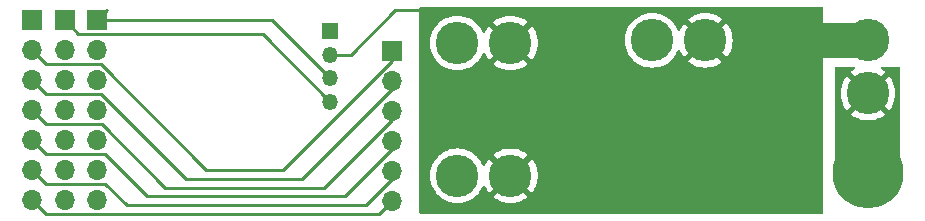
<source format=gbr>
%TF.GenerationSoftware,KiCad,Pcbnew,(6.0.7)*%
%TF.CreationDate,2023-08-08T19:22:38-05:00*%
%TF.ProjectId,PowerDistrubutionBoard,506f7765-7244-4697-9374-727562757469,rev?*%
%TF.SameCoordinates,Original*%
%TF.FileFunction,Copper,L1,Top*%
%TF.FilePolarity,Positive*%
%FSLAX46Y46*%
G04 Gerber Fmt 4.6, Leading zero omitted, Abs format (unit mm)*
G04 Created by KiCad (PCBNEW (6.0.7)) date 2023-08-08 19:22:38*
%MOMM*%
%LPD*%
G01*
G04 APERTURE LIST*
%TA.AperFunction,WasherPad*%
%ADD10C,3.600000*%
%TD*%
%TA.AperFunction,ConnectorPad*%
%ADD11C,6.000000*%
%TD*%
%TA.AperFunction,ComponentPad*%
%ADD12R,1.700000X1.700000*%
%TD*%
%TA.AperFunction,ComponentPad*%
%ADD13O,1.700000X1.700000*%
%TD*%
%TA.AperFunction,ComponentPad*%
%ADD14C,3.600000*%
%TD*%
%TA.AperFunction,ComponentPad*%
%ADD15R,1.350000X1.350000*%
%TD*%
%TA.AperFunction,ComponentPad*%
%ADD16O,1.350000X1.350000*%
%TD*%
%TA.AperFunction,Conductor*%
%ADD17C,0.250000*%
%TD*%
%TA.AperFunction,Conductor*%
%ADD18C,3.000000*%
%TD*%
G04 APERTURE END LIST*
D10*
%TO.P,S1,*%
%TO.N,*%
X171750000Y-99750000D03*
D11*
%TO.P,S1,1,1*%
%TO.N,Net-(T3-Pad1)*%
X171750000Y-99750000D03*
%TD*%
D12*
%TO.P,J6,1,Pin_1*%
%TO.N,unconnected-(J6-Pad1)*%
X101000000Y-86840000D03*
D13*
%TO.P,J6,2,Pin_2*%
%TO.N,Net-(J2-Pad1)*%
X101000000Y-89380000D03*
%TO.P,J6,3,Pin_3*%
%TO.N,Net-(J2-Pad2)*%
X101000000Y-91920000D03*
%TO.P,J6,4,Pin_4*%
%TO.N,Net-(J2-Pad3)*%
X101000000Y-94460000D03*
%TO.P,J6,5,Pin_5*%
%TO.N,Net-(J2-Pad4)*%
X101000000Y-97000000D03*
%TO.P,J6,6,Pin_6*%
%TO.N,Net-(J2-Pad5)*%
X101000000Y-99540000D03*
%TO.P,J6,7,Pin_7*%
%TO.N,Net-(J2-Pad6)*%
X101000000Y-102080000D03*
%TD*%
D12*
%TO.P,J4,1,Pin_1*%
%TO.N,Net-(J1-Pad3)*%
X106500000Y-86840000D03*
D13*
%TO.P,J4,2,Pin_2*%
%TO.N,unconnected-(J4-Pad2)*%
X106500000Y-89380000D03*
%TO.P,J4,3,Pin_3*%
%TO.N,unconnected-(J4-Pad3)*%
X106500000Y-91920000D03*
%TO.P,J4,4,Pin_4*%
%TO.N,unconnected-(J4-Pad4)*%
X106500000Y-94460000D03*
%TO.P,J4,5,Pin_5*%
%TO.N,unconnected-(J4-Pad5)*%
X106500000Y-97000000D03*
%TO.P,J4,6,Pin_6*%
%TO.N,unconnected-(J4-Pad6)*%
X106500000Y-99540000D03*
%TO.P,J4,7,Pin_7*%
%TO.N,unconnected-(J4-Pad7)*%
X106500000Y-102080000D03*
%TD*%
D14*
%TO.P,T2,1,+*%
%TO.N,Net-(J1-Pad1)*%
X137000000Y-88750000D03*
%TO.P,T2,2,-*%
%TO.N,Net-(J1-Pad2)*%
X141500000Y-88750000D03*
%TD*%
D12*
%TO.P,J2,1,Pin_1*%
%TO.N,Net-(J2-Pad1)*%
X131500000Y-89400000D03*
D13*
%TO.P,J2,2,Pin_2*%
%TO.N,Net-(J2-Pad2)*%
X131500000Y-91940000D03*
%TO.P,J2,3,Pin_3*%
%TO.N,Net-(J2-Pad3)*%
X131500000Y-94480000D03*
%TO.P,J2,4,Pin_4*%
%TO.N,Net-(J2-Pad4)*%
X131500000Y-97020000D03*
%TO.P,J2,5,Pin_5*%
%TO.N,Net-(J2-Pad5)*%
X131500000Y-99560000D03*
%TO.P,J2,6,Pin_6*%
%TO.N,Net-(J2-Pad6)*%
X131500000Y-102100000D03*
%TD*%
D14*
%TO.P,T3,1,+*%
%TO.N,Net-(T3-Pad1)*%
X171780000Y-93000000D03*
%TO.P,T3,2,-*%
%TO.N,Net-(J1-Pad2)*%
X171780000Y-88500000D03*
%TD*%
D15*
%TO.P,J1,1,Pin_1*%
%TO.N,Net-(J1-Pad1)*%
X126250000Y-87750000D03*
D16*
%TO.P,J1,2,Pin_2*%
%TO.N,Net-(J1-Pad2)*%
X126250000Y-89750000D03*
%TO.P,J1,3,Pin_3*%
%TO.N,Net-(J1-Pad3)*%
X126250000Y-91750000D03*
%TO.P,J1,4,Pin_4*%
%TO.N,Net-(J1-Pad4)*%
X126250000Y-93750000D03*
%TD*%
D14*
%TO.P,T4,1,+*%
%TO.N,Net-(J1-Pad1)*%
X153500000Y-88530000D03*
%TO.P,T4,2,-*%
%TO.N,Net-(J1-Pad2)*%
X158000000Y-88530000D03*
%TD*%
D12*
%TO.P,J5,1,Pin_1*%
%TO.N,Net-(J1-Pad4)*%
X103750000Y-86840000D03*
D13*
%TO.P,J5,2,Pin_2*%
%TO.N,unconnected-(J5-Pad2)*%
X103750000Y-89380000D03*
%TO.P,J5,3,Pin_3*%
%TO.N,unconnected-(J5-Pad3)*%
X103750000Y-91920000D03*
%TO.P,J5,4,Pin_4*%
%TO.N,unconnected-(J5-Pad4)*%
X103750000Y-94460000D03*
%TO.P,J5,5,Pin_5*%
%TO.N,unconnected-(J5-Pad5)*%
X103750000Y-97000000D03*
%TO.P,J5,6,Pin_6*%
%TO.N,unconnected-(J5-Pad6)*%
X103750000Y-99540000D03*
%TO.P,J5,7,Pin_7*%
%TO.N,unconnected-(J5-Pad7)*%
X103750000Y-102080000D03*
%TD*%
D14*
%TO.P,T1,1,+*%
%TO.N,Net-(J1-Pad1)*%
X137000000Y-100000000D03*
%TO.P,T1,2,-*%
%TO.N,Net-(J1-Pad2)*%
X141500000Y-100000000D03*
%TD*%
D17*
%TO.N,Net-(T3-Pad1)*%
X171780000Y-93000000D02*
X171750000Y-93030000D01*
%TO.N,Net-(J1-Pad2)*%
X138750000Y-86000000D02*
X131750000Y-86000000D01*
D18*
X171780000Y-88500000D02*
X167500000Y-88500000D01*
D17*
X141500000Y-88750000D02*
X138750000Y-86000000D01*
X128000000Y-89750000D02*
X126250000Y-89750000D01*
X131750000Y-86000000D02*
X128000000Y-89750000D01*
%TO.N,Net-(J1-Pad3)*%
X107340000Y-86000000D02*
X106500000Y-86840000D01*
X126250000Y-91750000D02*
X121340000Y-86840000D01*
X121340000Y-86840000D02*
X106500000Y-86840000D01*
%TO.N,Net-(J1-Pad4)*%
X126250000Y-93750000D02*
X120515000Y-88015000D01*
X120515000Y-88015000D02*
X104925000Y-88015000D01*
X104925000Y-88015000D02*
X103750000Y-86840000D01*
%TO.N,Net-(J2-Pad1)*%
X115750000Y-99500000D02*
X122278299Y-99500000D01*
X102175000Y-90555000D02*
X106805000Y-90555000D01*
X106805000Y-90555000D02*
X115750000Y-99500000D01*
X101000000Y-89380000D02*
X102175000Y-90555000D01*
X122278299Y-99500000D02*
X131500000Y-90278299D01*
X131500000Y-90278299D02*
X131500000Y-89400000D01*
%TO.N,Net-(J2-Pad2)*%
X123875000Y-100250000D02*
X131500000Y-92625000D01*
X114000000Y-100250000D02*
X123875000Y-100250000D01*
X131500000Y-92625000D02*
X131500000Y-91940000D01*
X101000000Y-91920000D02*
X102175000Y-93095000D01*
X102175000Y-93095000D02*
X106845000Y-93095000D01*
X106845000Y-93095000D02*
X114000000Y-100250000D01*
%TO.N,Net-(J2-Pad3)*%
X112250000Y-101000000D02*
X125750000Y-101000000D01*
X102175000Y-95635000D02*
X106885000Y-95635000D01*
X125750000Y-101000000D02*
X131500000Y-95250000D01*
X106885000Y-95635000D02*
X112250000Y-101000000D01*
X101000000Y-94460000D02*
X102175000Y-95635000D01*
X131500000Y-95250000D02*
X131500000Y-94480000D01*
%TO.N,Net-(J2-Pad4)*%
X101000000Y-97000000D02*
X102175000Y-98175000D01*
X107175000Y-98175000D02*
X110750000Y-101750000D01*
X110750000Y-101750000D02*
X127500000Y-101750000D01*
X127500000Y-101750000D02*
X131500000Y-97750000D01*
X131500000Y-97750000D02*
X131500000Y-97020000D01*
X102175000Y-98175000D02*
X107175000Y-98175000D01*
%TO.N,Net-(J2-Pad5)*%
X131500000Y-100250000D02*
X131500000Y-99560000D01*
X107215000Y-100715000D02*
X109000000Y-102500000D01*
X109000000Y-102500000D02*
X129250000Y-102500000D01*
X129250000Y-102500000D02*
X131500000Y-100250000D01*
X102175000Y-100715000D02*
X107215000Y-100715000D01*
X101000000Y-99540000D02*
X102175000Y-100715000D01*
%TO.N,Net-(J2-Pad6)*%
X101000000Y-102080000D02*
X102175000Y-103255000D01*
X130345000Y-103255000D02*
X131500000Y-102100000D01*
X102175000Y-103255000D02*
X130345000Y-103255000D01*
%TD*%
%TA.AperFunction,Conductor*%
%TO.N,Net-(J1-Pad2)*%
G36*
X167942121Y-85728502D02*
G01*
X167988614Y-85782158D01*
X168000000Y-85834500D01*
X168000000Y-103065500D01*
X167979998Y-103133621D01*
X167926342Y-103180114D01*
X167874000Y-103191500D01*
X133876000Y-103191500D01*
X133807879Y-103171498D01*
X133761386Y-103117842D01*
X133750000Y-103065500D01*
X133750000Y-100000000D01*
X134686547Y-100000000D01*
X134706339Y-100301966D01*
X134707143Y-100306006D01*
X134707143Y-100306009D01*
X134764546Y-100594591D01*
X134765376Y-100598766D01*
X134766701Y-100602670D01*
X134766702Y-100602673D01*
X134846342Y-100837284D01*
X134862648Y-100885320D01*
X134996491Y-101156726D01*
X135164614Y-101408341D01*
X135167328Y-101411435D01*
X135167332Y-101411441D01*
X135191351Y-101438829D01*
X135364142Y-101635858D01*
X135367231Y-101638567D01*
X135588559Y-101832668D01*
X135588565Y-101832672D01*
X135591659Y-101835386D01*
X135595085Y-101837675D01*
X135595090Y-101837679D01*
X135783371Y-101963484D01*
X135843273Y-102003509D01*
X135846972Y-102005333D01*
X135846977Y-102005336D01*
X135986308Y-102074046D01*
X136114680Y-102137352D01*
X136118585Y-102138677D01*
X136118586Y-102138678D01*
X136397327Y-102233298D01*
X136397330Y-102233299D01*
X136401234Y-102234624D01*
X136405273Y-102235427D01*
X136405279Y-102235429D01*
X136693991Y-102292857D01*
X136693994Y-102292857D01*
X136698034Y-102293661D01*
X136702145Y-102293930D01*
X136702149Y-102293931D01*
X136995881Y-102313183D01*
X137000000Y-102313453D01*
X137004119Y-102313183D01*
X137297851Y-102293931D01*
X137297855Y-102293930D01*
X137301966Y-102293661D01*
X137306006Y-102292857D01*
X137306009Y-102292857D01*
X137594721Y-102235429D01*
X137594727Y-102235427D01*
X137598766Y-102234624D01*
X137602670Y-102233299D01*
X137602673Y-102233298D01*
X137881414Y-102138678D01*
X137881415Y-102138677D01*
X137885320Y-102137352D01*
X138013692Y-102074046D01*
X138153023Y-102005336D01*
X138153028Y-102005333D01*
X138156727Y-102003509D01*
X138216629Y-101963484D01*
X138404910Y-101837679D01*
X138404915Y-101837675D01*
X138408341Y-101835386D01*
X138411435Y-101832672D01*
X138411441Y-101832668D01*
X138443804Y-101804286D01*
X140061171Y-101804286D01*
X140067628Y-101813646D01*
X140088864Y-101832270D01*
X140095395Y-101837281D01*
X140340091Y-102000781D01*
X140347228Y-102004902D01*
X140611174Y-102135065D01*
X140618778Y-102138215D01*
X140897457Y-102232814D01*
X140905409Y-102234945D01*
X141194056Y-102292360D01*
X141202214Y-102293434D01*
X141495881Y-102312682D01*
X141504119Y-102312682D01*
X141797786Y-102293434D01*
X141805944Y-102292360D01*
X142094591Y-102234945D01*
X142102543Y-102232814D01*
X142381222Y-102138215D01*
X142388826Y-102135065D01*
X142652772Y-102004902D01*
X142659909Y-102000781D01*
X142904605Y-101837281D01*
X142911136Y-101832270D01*
X142930507Y-101815281D01*
X142938903Y-101802044D01*
X142933069Y-101792279D01*
X141512812Y-100372022D01*
X141498868Y-100364408D01*
X141497035Y-100364539D01*
X141490420Y-100368790D01*
X140068685Y-101790525D01*
X140061171Y-101804286D01*
X138443804Y-101804286D01*
X138632769Y-101638567D01*
X138635858Y-101635858D01*
X138808649Y-101438829D01*
X138832668Y-101411441D01*
X138832672Y-101411435D01*
X138835386Y-101408341D01*
X139003509Y-101156726D01*
X139137273Y-100885480D01*
X139185342Y-100833232D01*
X139254027Y-100815265D01*
X139321523Y-100837284D01*
X139363285Y-100885481D01*
X139495098Y-101152772D01*
X139499219Y-101159909D01*
X139662719Y-101404605D01*
X139667730Y-101411136D01*
X139684719Y-101430507D01*
X139697956Y-101438903D01*
X139707721Y-101433069D01*
X141127978Y-100012812D01*
X141134356Y-100001132D01*
X141864408Y-100001132D01*
X141864539Y-100002965D01*
X141868790Y-100009580D01*
X143290525Y-101431315D01*
X143304286Y-101438829D01*
X143313646Y-101432372D01*
X143332270Y-101411136D01*
X143337281Y-101404605D01*
X143500781Y-101159909D01*
X143504902Y-101152772D01*
X143635065Y-100888826D01*
X143638215Y-100881222D01*
X143732814Y-100602543D01*
X143734945Y-100594591D01*
X143792360Y-100305944D01*
X143793434Y-100297786D01*
X143812682Y-100004119D01*
X143812682Y-99995881D01*
X143793434Y-99702214D01*
X143792360Y-99694056D01*
X143734945Y-99405409D01*
X143732814Y-99397457D01*
X143638215Y-99118778D01*
X143635065Y-99111174D01*
X143504902Y-98847228D01*
X143500781Y-98840091D01*
X143337281Y-98595395D01*
X143332270Y-98588864D01*
X143315281Y-98569493D01*
X143302044Y-98561097D01*
X143292279Y-98566931D01*
X141872022Y-99987188D01*
X141864408Y-100001132D01*
X141134356Y-100001132D01*
X141135592Y-99998868D01*
X141135461Y-99997035D01*
X141131210Y-99990420D01*
X139709475Y-98568685D01*
X139695714Y-98561171D01*
X139686354Y-98567628D01*
X139667730Y-98588864D01*
X139662719Y-98595395D01*
X139499219Y-98840091D01*
X139495098Y-98847228D01*
X139363285Y-99114519D01*
X139315217Y-99166768D01*
X139246531Y-99184735D01*
X139179035Y-99162716D01*
X139137273Y-99114520D01*
X139135528Y-99110982D01*
X139003509Y-98843274D01*
X138835386Y-98591659D01*
X138832672Y-98588565D01*
X138832668Y-98588559D01*
X138638567Y-98367231D01*
X138635858Y-98364142D01*
X138457495Y-98207721D01*
X138446360Y-98197956D01*
X140061097Y-98197956D01*
X140066931Y-98207721D01*
X141487188Y-99627978D01*
X141501132Y-99635592D01*
X141502965Y-99635461D01*
X141509580Y-99631210D01*
X142931315Y-98209475D01*
X142938829Y-98195714D01*
X142932372Y-98186354D01*
X142911136Y-98167730D01*
X142904605Y-98162719D01*
X142659909Y-97999219D01*
X142652772Y-97995098D01*
X142388826Y-97864935D01*
X142381222Y-97861785D01*
X142102543Y-97767186D01*
X142094591Y-97765055D01*
X141805944Y-97707640D01*
X141797786Y-97706566D01*
X141504119Y-97687318D01*
X141495881Y-97687318D01*
X141202214Y-97706566D01*
X141194056Y-97707640D01*
X140905409Y-97765055D01*
X140897457Y-97767186D01*
X140618778Y-97861785D01*
X140611174Y-97864935D01*
X140347228Y-97995098D01*
X140340091Y-97999219D01*
X140095395Y-98162719D01*
X140088864Y-98167730D01*
X140069493Y-98184719D01*
X140061097Y-98197956D01*
X138446360Y-98197956D01*
X138411441Y-98167332D01*
X138411435Y-98167328D01*
X138408341Y-98164614D01*
X138404911Y-98162322D01*
X138404910Y-98162321D01*
X138160160Y-97998785D01*
X138156727Y-97996491D01*
X138153028Y-97994667D01*
X138153023Y-97994664D01*
X138013692Y-97925954D01*
X137885320Y-97862648D01*
X137881414Y-97861322D01*
X137602673Y-97766702D01*
X137602670Y-97766701D01*
X137598766Y-97765376D01*
X137594727Y-97764573D01*
X137594721Y-97764571D01*
X137306009Y-97707143D01*
X137306006Y-97707143D01*
X137301966Y-97706339D01*
X137297855Y-97706070D01*
X137297851Y-97706069D01*
X137004119Y-97686817D01*
X137000000Y-97686547D01*
X136995881Y-97686817D01*
X136702149Y-97706069D01*
X136702145Y-97706070D01*
X136698034Y-97706339D01*
X136693994Y-97707143D01*
X136693991Y-97707143D01*
X136405279Y-97764571D01*
X136405273Y-97764573D01*
X136401234Y-97765376D01*
X136397330Y-97766701D01*
X136397327Y-97766702D01*
X136118586Y-97861322D01*
X136114680Y-97862648D01*
X135986442Y-97925888D01*
X135846978Y-97994664D01*
X135846973Y-97994667D01*
X135843274Y-97996491D01*
X135591659Y-98164614D01*
X135588565Y-98167328D01*
X135588559Y-98167332D01*
X135542505Y-98207721D01*
X135364142Y-98364142D01*
X135361433Y-98367231D01*
X135167332Y-98588559D01*
X135167328Y-98588565D01*
X135164614Y-98591659D01*
X134996491Y-98843274D01*
X134862648Y-99114680D01*
X134861323Y-99118585D01*
X134861322Y-99118586D01*
X134838868Y-99184735D01*
X134765376Y-99401234D01*
X134764573Y-99405273D01*
X134764571Y-99405279D01*
X134718759Y-99635592D01*
X134706339Y-99698034D01*
X134686547Y-100000000D01*
X133750000Y-100000000D01*
X133750000Y-88750000D01*
X134686547Y-88750000D01*
X134706339Y-89051966D01*
X134707143Y-89056006D01*
X134707143Y-89056009D01*
X134764546Y-89344591D01*
X134765376Y-89348766D01*
X134766701Y-89352670D01*
X134766702Y-89352673D01*
X134846342Y-89587284D01*
X134862648Y-89635320D01*
X134996491Y-89906726D01*
X135164614Y-90158341D01*
X135167328Y-90161435D01*
X135167332Y-90161441D01*
X135191351Y-90188829D01*
X135364142Y-90385858D01*
X135367231Y-90388567D01*
X135588559Y-90582668D01*
X135588565Y-90582672D01*
X135591659Y-90585386D01*
X135595085Y-90587675D01*
X135595090Y-90587679D01*
X135710907Y-90665065D01*
X135843273Y-90753509D01*
X135846972Y-90755333D01*
X135846977Y-90755336D01*
X135867444Y-90765429D01*
X136114680Y-90887352D01*
X136118585Y-90888677D01*
X136118586Y-90888678D01*
X136397327Y-90983298D01*
X136397330Y-90983299D01*
X136401234Y-90984624D01*
X136405273Y-90985427D01*
X136405279Y-90985429D01*
X136693991Y-91042857D01*
X136693994Y-91042857D01*
X136698034Y-91043661D01*
X136702145Y-91043930D01*
X136702149Y-91043931D01*
X136995881Y-91063183D01*
X137000000Y-91063453D01*
X137004119Y-91063183D01*
X137297851Y-91043931D01*
X137297855Y-91043930D01*
X137301966Y-91043661D01*
X137306006Y-91042857D01*
X137306009Y-91042857D01*
X137594721Y-90985429D01*
X137594727Y-90985427D01*
X137598766Y-90984624D01*
X137602670Y-90983299D01*
X137602673Y-90983298D01*
X137881414Y-90888678D01*
X137881415Y-90888677D01*
X137885320Y-90887352D01*
X138132556Y-90765429D01*
X138153023Y-90755336D01*
X138153028Y-90755333D01*
X138156727Y-90753509D01*
X138289093Y-90665065D01*
X138404910Y-90587679D01*
X138404915Y-90587675D01*
X138408341Y-90585386D01*
X138411435Y-90582672D01*
X138411441Y-90582668D01*
X138443804Y-90554286D01*
X140061171Y-90554286D01*
X140067628Y-90563646D01*
X140088864Y-90582270D01*
X140095395Y-90587281D01*
X140340091Y-90750781D01*
X140347228Y-90754902D01*
X140611174Y-90885065D01*
X140618778Y-90888215D01*
X140897457Y-90982814D01*
X140905409Y-90984945D01*
X141194056Y-91042360D01*
X141202214Y-91043434D01*
X141495881Y-91062682D01*
X141504119Y-91062682D01*
X141797786Y-91043434D01*
X141805944Y-91042360D01*
X142094591Y-90984945D01*
X142102543Y-90982814D01*
X142381222Y-90888215D01*
X142388826Y-90885065D01*
X142652772Y-90754902D01*
X142659909Y-90750781D01*
X142904605Y-90587281D01*
X142911136Y-90582270D01*
X142930507Y-90565281D01*
X142938903Y-90552044D01*
X142933069Y-90542279D01*
X141512812Y-89122022D01*
X141498868Y-89114408D01*
X141497035Y-89114539D01*
X141490420Y-89118790D01*
X140068685Y-90540525D01*
X140061171Y-90554286D01*
X138443804Y-90554286D01*
X138632769Y-90388567D01*
X138635858Y-90385858D01*
X138808649Y-90188829D01*
X138832668Y-90161441D01*
X138832672Y-90161435D01*
X138835386Y-90158341D01*
X139003509Y-89906726D01*
X139137273Y-89635480D01*
X139185342Y-89583232D01*
X139254027Y-89565265D01*
X139321523Y-89587284D01*
X139363285Y-89635481D01*
X139495098Y-89902772D01*
X139499219Y-89909909D01*
X139662719Y-90154605D01*
X139667730Y-90161136D01*
X139684719Y-90180507D01*
X139697956Y-90188903D01*
X139707721Y-90183069D01*
X141127978Y-88762812D01*
X141134356Y-88751132D01*
X141864408Y-88751132D01*
X141864539Y-88752965D01*
X141868790Y-88759580D01*
X143290525Y-90181315D01*
X143304286Y-90188829D01*
X143313646Y-90182372D01*
X143332270Y-90161136D01*
X143337281Y-90154605D01*
X143500781Y-89909909D01*
X143504902Y-89902772D01*
X143635065Y-89638826D01*
X143638215Y-89631222D01*
X143732814Y-89352543D01*
X143734945Y-89344591D01*
X143792360Y-89055944D01*
X143793434Y-89047786D01*
X143812682Y-88754119D01*
X143812682Y-88745881D01*
X143798532Y-88530000D01*
X151186547Y-88530000D01*
X151186817Y-88534119D01*
X151201595Y-88759580D01*
X151206339Y-88831966D01*
X151207143Y-88836006D01*
X151207143Y-88836009D01*
X151264546Y-89124591D01*
X151265376Y-89128766D01*
X151266701Y-89132670D01*
X151266702Y-89132673D01*
X151346342Y-89367284D01*
X151362648Y-89415320D01*
X151364472Y-89419018D01*
X151471220Y-89635481D01*
X151496491Y-89686726D01*
X151664614Y-89938341D01*
X151667328Y-89941435D01*
X151667332Y-89941441D01*
X151691351Y-89968829D01*
X151864142Y-90165858D01*
X151867231Y-90168567D01*
X152088559Y-90362668D01*
X152088565Y-90362672D01*
X152091659Y-90365386D01*
X152095085Y-90367675D01*
X152095090Y-90367679D01*
X152283371Y-90493484D01*
X152343273Y-90533509D01*
X152346972Y-90535333D01*
X152346977Y-90535336D01*
X152448469Y-90585386D01*
X152614680Y-90667352D01*
X152618585Y-90668677D01*
X152618586Y-90668678D01*
X152897327Y-90763298D01*
X152897330Y-90763299D01*
X152901234Y-90764624D01*
X152905273Y-90765427D01*
X152905279Y-90765429D01*
X153193991Y-90822857D01*
X153193994Y-90822857D01*
X153198034Y-90823661D01*
X153202145Y-90823930D01*
X153202149Y-90823931D01*
X153495881Y-90843183D01*
X153500000Y-90843453D01*
X153504119Y-90843183D01*
X153797851Y-90823931D01*
X153797855Y-90823930D01*
X153801966Y-90823661D01*
X153806006Y-90822857D01*
X153806009Y-90822857D01*
X154094721Y-90765429D01*
X154094727Y-90765427D01*
X154098766Y-90764624D01*
X154102670Y-90763299D01*
X154102673Y-90763298D01*
X154381414Y-90668678D01*
X154381415Y-90668677D01*
X154385320Y-90667352D01*
X154551531Y-90585386D01*
X154653023Y-90535336D01*
X154653028Y-90535333D01*
X154656727Y-90533509D01*
X154716629Y-90493484D01*
X154904910Y-90367679D01*
X154904915Y-90367675D01*
X154908341Y-90365386D01*
X154911435Y-90362672D01*
X154911441Y-90362668D01*
X154943804Y-90334286D01*
X156561171Y-90334286D01*
X156567628Y-90343646D01*
X156588864Y-90362270D01*
X156595395Y-90367281D01*
X156840091Y-90530781D01*
X156847228Y-90534902D01*
X157111174Y-90665065D01*
X157118778Y-90668215D01*
X157397457Y-90762814D01*
X157405409Y-90764945D01*
X157694056Y-90822360D01*
X157702214Y-90823434D01*
X157995881Y-90842682D01*
X158004119Y-90842682D01*
X158297786Y-90823434D01*
X158305944Y-90822360D01*
X158594591Y-90764945D01*
X158602543Y-90762814D01*
X158881222Y-90668215D01*
X158888826Y-90665065D01*
X159152772Y-90534902D01*
X159159909Y-90530781D01*
X159404605Y-90367281D01*
X159411136Y-90362270D01*
X159430507Y-90345281D01*
X159438903Y-90332044D01*
X159433069Y-90322279D01*
X158012812Y-88902022D01*
X157998868Y-88894408D01*
X157997035Y-88894539D01*
X157990420Y-88898790D01*
X156568685Y-90320525D01*
X156561171Y-90334286D01*
X154943804Y-90334286D01*
X155132769Y-90168567D01*
X155135858Y-90165858D01*
X155308649Y-89968829D01*
X155332668Y-89941441D01*
X155332672Y-89941435D01*
X155335386Y-89938341D01*
X155503509Y-89686726D01*
X155637273Y-89415480D01*
X155685342Y-89363232D01*
X155754027Y-89345265D01*
X155821523Y-89367284D01*
X155863285Y-89415481D01*
X155995098Y-89682772D01*
X155999219Y-89689909D01*
X156162719Y-89934605D01*
X156167730Y-89941136D01*
X156184719Y-89960507D01*
X156197956Y-89968903D01*
X156207721Y-89963069D01*
X157627978Y-88542812D01*
X157634356Y-88531132D01*
X158364408Y-88531132D01*
X158364539Y-88532965D01*
X158368790Y-88539580D01*
X159790525Y-89961315D01*
X159804286Y-89968829D01*
X159813646Y-89962372D01*
X159832270Y-89941136D01*
X159837281Y-89934605D01*
X160000781Y-89689909D01*
X160004902Y-89682772D01*
X160135065Y-89418826D01*
X160138215Y-89411222D01*
X160232814Y-89132543D01*
X160234945Y-89124591D01*
X160292360Y-88835944D01*
X160293434Y-88827786D01*
X160312682Y-88534119D01*
X160312682Y-88525881D01*
X160293434Y-88232214D01*
X160292360Y-88224056D01*
X160234945Y-87935409D01*
X160232814Y-87927457D01*
X160138215Y-87648778D01*
X160135065Y-87641174D01*
X160004902Y-87377228D01*
X160000781Y-87370091D01*
X159837281Y-87125395D01*
X159832270Y-87118864D01*
X159815281Y-87099493D01*
X159802044Y-87091097D01*
X159792279Y-87096931D01*
X158372022Y-88517188D01*
X158364408Y-88531132D01*
X157634356Y-88531132D01*
X157635592Y-88528868D01*
X157635461Y-88527035D01*
X157631210Y-88520420D01*
X156209475Y-87098685D01*
X156195714Y-87091171D01*
X156186354Y-87097628D01*
X156167730Y-87118864D01*
X156162719Y-87125395D01*
X155999219Y-87370091D01*
X155995098Y-87377228D01*
X155863285Y-87644519D01*
X155815217Y-87696768D01*
X155746531Y-87714735D01*
X155679035Y-87692716D01*
X155637273Y-87644520D01*
X155612001Y-87593274D01*
X155503509Y-87373274D01*
X155335386Y-87121659D01*
X155332672Y-87118565D01*
X155332668Y-87118559D01*
X155138567Y-86897231D01*
X155135858Y-86894142D01*
X154970111Y-86748785D01*
X154946360Y-86727956D01*
X156561097Y-86727956D01*
X156566931Y-86737721D01*
X157987188Y-88157978D01*
X158001132Y-88165592D01*
X158002965Y-88165461D01*
X158009580Y-88161210D01*
X159431315Y-86739475D01*
X159438829Y-86725714D01*
X159432372Y-86716354D01*
X159411136Y-86697730D01*
X159404605Y-86692719D01*
X159159909Y-86529219D01*
X159152772Y-86525098D01*
X158888826Y-86394935D01*
X158881222Y-86391785D01*
X158602543Y-86297186D01*
X158594591Y-86295055D01*
X158305944Y-86237640D01*
X158297786Y-86236566D01*
X158004119Y-86217318D01*
X157995881Y-86217318D01*
X157702214Y-86236566D01*
X157694056Y-86237640D01*
X157405409Y-86295055D01*
X157397457Y-86297186D01*
X157118778Y-86391785D01*
X157111174Y-86394935D01*
X156847228Y-86525098D01*
X156840091Y-86529219D01*
X156595395Y-86692719D01*
X156588864Y-86697730D01*
X156569493Y-86714719D01*
X156561097Y-86727956D01*
X154946360Y-86727956D01*
X154911441Y-86697332D01*
X154911435Y-86697328D01*
X154908341Y-86694614D01*
X154904911Y-86692322D01*
X154904910Y-86692321D01*
X154660160Y-86528785D01*
X154656727Y-86526491D01*
X154653028Y-86524667D01*
X154653023Y-86524664D01*
X154474338Y-86436547D01*
X154385320Y-86392648D01*
X154381414Y-86391322D01*
X154102673Y-86296702D01*
X154102670Y-86296701D01*
X154098766Y-86295376D01*
X154094727Y-86294573D01*
X154094721Y-86294571D01*
X153806009Y-86237143D01*
X153806006Y-86237143D01*
X153801966Y-86236339D01*
X153797855Y-86236070D01*
X153797851Y-86236069D01*
X153504119Y-86216817D01*
X153500000Y-86216547D01*
X153495881Y-86216817D01*
X153202149Y-86236069D01*
X153202145Y-86236070D01*
X153198034Y-86236339D01*
X153193994Y-86237143D01*
X153193991Y-86237143D01*
X152905279Y-86294571D01*
X152905273Y-86294573D01*
X152901234Y-86295376D01*
X152897330Y-86296701D01*
X152897327Y-86296702D01*
X152618586Y-86391322D01*
X152614680Y-86392648D01*
X152486442Y-86455888D01*
X152346978Y-86524664D01*
X152346973Y-86524667D01*
X152343274Y-86526491D01*
X152091659Y-86694614D01*
X152088565Y-86697328D01*
X152088559Y-86697332D01*
X152029889Y-86748785D01*
X151864142Y-86894142D01*
X151861433Y-86897231D01*
X151667332Y-87118559D01*
X151667328Y-87118565D01*
X151664614Y-87121659D01*
X151496491Y-87373274D01*
X151362648Y-87644680D01*
X151361323Y-87648585D01*
X151361322Y-87648586D01*
X151270287Y-87916768D01*
X151265376Y-87931234D01*
X151264573Y-87935273D01*
X151264571Y-87935279D01*
X151218759Y-88165592D01*
X151206339Y-88228034D01*
X151186547Y-88530000D01*
X143798532Y-88530000D01*
X143793434Y-88452214D01*
X143792360Y-88444056D01*
X143734945Y-88155409D01*
X143732814Y-88147457D01*
X143638215Y-87868778D01*
X143635065Y-87861174D01*
X143504902Y-87597228D01*
X143500781Y-87590091D01*
X143337281Y-87345395D01*
X143332270Y-87338864D01*
X143315281Y-87319493D01*
X143302044Y-87311097D01*
X143292279Y-87316931D01*
X141872022Y-88737188D01*
X141864408Y-88751132D01*
X141134356Y-88751132D01*
X141135592Y-88748868D01*
X141135461Y-88747035D01*
X141131210Y-88740420D01*
X139709475Y-87318685D01*
X139695714Y-87311171D01*
X139686354Y-87317628D01*
X139667730Y-87338864D01*
X139662719Y-87345395D01*
X139499219Y-87590091D01*
X139495098Y-87597228D01*
X139363285Y-87864519D01*
X139315217Y-87916768D01*
X139246531Y-87934735D01*
X139179035Y-87912716D01*
X139137273Y-87864520D01*
X139063407Y-87714735D01*
X139003509Y-87593274D01*
X138835386Y-87341659D01*
X138832672Y-87338565D01*
X138832668Y-87338559D01*
X138638567Y-87117231D01*
X138635858Y-87114142D01*
X138618233Y-87098685D01*
X138446361Y-86947956D01*
X140061097Y-86947956D01*
X140066931Y-86957721D01*
X141487188Y-88377978D01*
X141501132Y-88385592D01*
X141502965Y-88385461D01*
X141509580Y-88381210D01*
X142931315Y-86959475D01*
X142938829Y-86945714D01*
X142932372Y-86936354D01*
X142911136Y-86917730D01*
X142904605Y-86912719D01*
X142659909Y-86749219D01*
X142652772Y-86745098D01*
X142388826Y-86614935D01*
X142381222Y-86611785D01*
X142102543Y-86517186D01*
X142094591Y-86515055D01*
X141805944Y-86457640D01*
X141797786Y-86456566D01*
X141504119Y-86437318D01*
X141495881Y-86437318D01*
X141202214Y-86456566D01*
X141194056Y-86457640D01*
X140905409Y-86515055D01*
X140897457Y-86517186D01*
X140618778Y-86611785D01*
X140611174Y-86614935D01*
X140347228Y-86745098D01*
X140340091Y-86749219D01*
X140095395Y-86912719D01*
X140088864Y-86917730D01*
X140069493Y-86934719D01*
X140061097Y-86947956D01*
X138446361Y-86947956D01*
X138411441Y-86917332D01*
X138411435Y-86917328D01*
X138408341Y-86914614D01*
X138404911Y-86912322D01*
X138404910Y-86912321D01*
X138160160Y-86748785D01*
X138156727Y-86746491D01*
X138153028Y-86744667D01*
X138153023Y-86744664D01*
X138013692Y-86675954D01*
X137885320Y-86612648D01*
X137881414Y-86611322D01*
X137602673Y-86516702D01*
X137602670Y-86516701D01*
X137598766Y-86515376D01*
X137594727Y-86514573D01*
X137594721Y-86514571D01*
X137306009Y-86457143D01*
X137306006Y-86457143D01*
X137301966Y-86456339D01*
X137297855Y-86456070D01*
X137297851Y-86456069D01*
X137004119Y-86436817D01*
X137000000Y-86436547D01*
X136995881Y-86436817D01*
X136702149Y-86456069D01*
X136702145Y-86456070D01*
X136698034Y-86456339D01*
X136693994Y-86457143D01*
X136693991Y-86457143D01*
X136405279Y-86514571D01*
X136405273Y-86514573D01*
X136401234Y-86515376D01*
X136397330Y-86516701D01*
X136397327Y-86516702D01*
X136118586Y-86611322D01*
X136114680Y-86612648D01*
X135986442Y-86675888D01*
X135846978Y-86744664D01*
X135846973Y-86744667D01*
X135843274Y-86746491D01*
X135591659Y-86914614D01*
X135588565Y-86917328D01*
X135588559Y-86917332D01*
X135381767Y-87098685D01*
X135364142Y-87114142D01*
X135361433Y-87117231D01*
X135167332Y-87338559D01*
X135167328Y-87338565D01*
X135164614Y-87341659D01*
X134996491Y-87593274D01*
X134994667Y-87596972D01*
X134994664Y-87596978D01*
X134971219Y-87644520D01*
X134862648Y-87864680D01*
X134861323Y-87868585D01*
X134861322Y-87868586D01*
X134838868Y-87934735D01*
X134765376Y-88151234D01*
X134764573Y-88155273D01*
X134764571Y-88155279D01*
X134718759Y-88385592D01*
X134706339Y-88448034D01*
X134706070Y-88452145D01*
X134706069Y-88452149D01*
X134700339Y-88539580D01*
X134686547Y-88750000D01*
X133750000Y-88750000D01*
X133750000Y-85834500D01*
X133770002Y-85766379D01*
X133823658Y-85719886D01*
X133876000Y-85708500D01*
X167874000Y-85708500D01*
X167942121Y-85728502D01*
G37*
%TD.AperFunction*%
%TD*%
%TA.AperFunction,Conductor*%
%TO.N,Net-(T3-Pad1)*%
G36*
X170651975Y-90770002D02*
G01*
X170698468Y-90823658D01*
X170708572Y-90893932D01*
X170679078Y-90958512D01*
X170639583Y-90989006D01*
X170627222Y-90995102D01*
X170620091Y-90999219D01*
X170375395Y-91162719D01*
X170368864Y-91167730D01*
X170349493Y-91184719D01*
X170341097Y-91197956D01*
X170346931Y-91207721D01*
X171767188Y-92627978D01*
X171781132Y-92635592D01*
X171782965Y-92635461D01*
X171789580Y-92631210D01*
X173211315Y-91209475D01*
X173218829Y-91195714D01*
X173212372Y-91186354D01*
X173191136Y-91167730D01*
X173184605Y-91162719D01*
X172939909Y-90999219D01*
X172932778Y-90995102D01*
X172920417Y-90989006D01*
X172868168Y-90940937D01*
X172850202Y-90872252D01*
X172872221Y-90804756D01*
X172927237Y-90759880D01*
X172976146Y-90750000D01*
X174374000Y-90750000D01*
X174442121Y-90770002D01*
X174488614Y-90823658D01*
X174500000Y-90876000D01*
X174500000Y-99195810D01*
X174479998Y-99263931D01*
X174426342Y-99310424D01*
X174356068Y-99320528D01*
X174291488Y-99291034D01*
X174284905Y-99284905D01*
X173919778Y-98919778D01*
X173890301Y-98872377D01*
X173890256Y-98872396D01*
X173890143Y-98872122D01*
X173889561Y-98871187D01*
X173888678Y-98868587D01*
X173887352Y-98864680D01*
X173753509Y-98593274D01*
X173585386Y-98341659D01*
X173582672Y-98338565D01*
X173582668Y-98338559D01*
X173388567Y-98117231D01*
X173385858Y-98114142D01*
X173382769Y-98111433D01*
X173161441Y-97917332D01*
X173161435Y-97917328D01*
X173158341Y-97914614D01*
X173154911Y-97912322D01*
X173154910Y-97912321D01*
X172910160Y-97748785D01*
X172906727Y-97746491D01*
X172903028Y-97744667D01*
X172903023Y-97744664D01*
X172763692Y-97675954D01*
X172635320Y-97612648D01*
X172629872Y-97610799D01*
X172628813Y-97610439D01*
X172627878Y-97609857D01*
X172627604Y-97609744D01*
X172627623Y-97609699D01*
X172580222Y-97580222D01*
X172250000Y-97250000D01*
X171250000Y-97250000D01*
X170919778Y-97580222D01*
X170872377Y-97609699D01*
X170872396Y-97609744D01*
X170872122Y-97609857D01*
X170871187Y-97610439D01*
X170870128Y-97610799D01*
X170864680Y-97612648D01*
X170736442Y-97675888D01*
X170596978Y-97744664D01*
X170596973Y-97744667D01*
X170593274Y-97746491D01*
X170341659Y-97914614D01*
X170338565Y-97917328D01*
X170338559Y-97917332D01*
X170117231Y-98111433D01*
X170114142Y-98114142D01*
X170111433Y-98117231D01*
X169917332Y-98338559D01*
X169917328Y-98338565D01*
X169914614Y-98341659D01*
X169746491Y-98593274D01*
X169612648Y-98864680D01*
X169611322Y-98868587D01*
X169610439Y-98871187D01*
X169609857Y-98872122D01*
X169609744Y-98872396D01*
X169609699Y-98872377D01*
X169580222Y-98919778D01*
X169215095Y-99284905D01*
X169152783Y-99318931D01*
X169081968Y-99313866D01*
X169025132Y-99271319D01*
X169000321Y-99204799D01*
X169000000Y-99195810D01*
X169000000Y-94804286D01*
X170341171Y-94804286D01*
X170347628Y-94813646D01*
X170368864Y-94832270D01*
X170375395Y-94837281D01*
X170620091Y-95000781D01*
X170627228Y-95004902D01*
X170891174Y-95135065D01*
X170898778Y-95138215D01*
X171177457Y-95232814D01*
X171185409Y-95234945D01*
X171474056Y-95292360D01*
X171482214Y-95293434D01*
X171775881Y-95312682D01*
X171784119Y-95312682D01*
X172077786Y-95293434D01*
X172085944Y-95292360D01*
X172374591Y-95234945D01*
X172382543Y-95232814D01*
X172661222Y-95138215D01*
X172668826Y-95135065D01*
X172932772Y-95004902D01*
X172939909Y-95000781D01*
X173184605Y-94837281D01*
X173191136Y-94832270D01*
X173210507Y-94815281D01*
X173218903Y-94802044D01*
X173213069Y-94792279D01*
X171792812Y-93372022D01*
X171778868Y-93364408D01*
X171777035Y-93364539D01*
X171770420Y-93368790D01*
X170348685Y-94790525D01*
X170341171Y-94804286D01*
X169000000Y-94804286D01*
X169000000Y-93004119D01*
X169467318Y-93004119D01*
X169486566Y-93297786D01*
X169487640Y-93305944D01*
X169545055Y-93594591D01*
X169547186Y-93602543D01*
X169641785Y-93881222D01*
X169644935Y-93888826D01*
X169775098Y-94152772D01*
X169779219Y-94159909D01*
X169942719Y-94404605D01*
X169947730Y-94411136D01*
X169964719Y-94430507D01*
X169977956Y-94438903D01*
X169987721Y-94433069D01*
X171407978Y-93012812D01*
X171414356Y-93001132D01*
X172144408Y-93001132D01*
X172144539Y-93002965D01*
X172148790Y-93009580D01*
X173570525Y-94431315D01*
X173584286Y-94438829D01*
X173593646Y-94432372D01*
X173612270Y-94411136D01*
X173617281Y-94404605D01*
X173780781Y-94159909D01*
X173784902Y-94152772D01*
X173915065Y-93888826D01*
X173918215Y-93881222D01*
X174012814Y-93602543D01*
X174014945Y-93594591D01*
X174072360Y-93305944D01*
X174073434Y-93297786D01*
X174092682Y-93004119D01*
X174092682Y-92995881D01*
X174073434Y-92702214D01*
X174072360Y-92694056D01*
X174014945Y-92405409D01*
X174012814Y-92397457D01*
X173918215Y-92118778D01*
X173915065Y-92111174D01*
X173784902Y-91847228D01*
X173780781Y-91840091D01*
X173617281Y-91595395D01*
X173612270Y-91588864D01*
X173595281Y-91569493D01*
X173582044Y-91561097D01*
X173572279Y-91566931D01*
X172152022Y-92987188D01*
X172144408Y-93001132D01*
X171414356Y-93001132D01*
X171415592Y-92998868D01*
X171415461Y-92997035D01*
X171411210Y-92990420D01*
X169989475Y-91568685D01*
X169975714Y-91561171D01*
X169966354Y-91567628D01*
X169947730Y-91588864D01*
X169942719Y-91595395D01*
X169779219Y-91840091D01*
X169775098Y-91847228D01*
X169644935Y-92111174D01*
X169641785Y-92118778D01*
X169547186Y-92397457D01*
X169545055Y-92405409D01*
X169487640Y-92694056D01*
X169486566Y-92702214D01*
X169467318Y-92995881D01*
X169467318Y-93004119D01*
X169000000Y-93004119D01*
X169000000Y-90876000D01*
X169020002Y-90807879D01*
X169073658Y-90761386D01*
X169126000Y-90750000D01*
X170583854Y-90750000D01*
X170651975Y-90770002D01*
G37*
%TD.AperFunction*%
%TD*%
M02*

</source>
